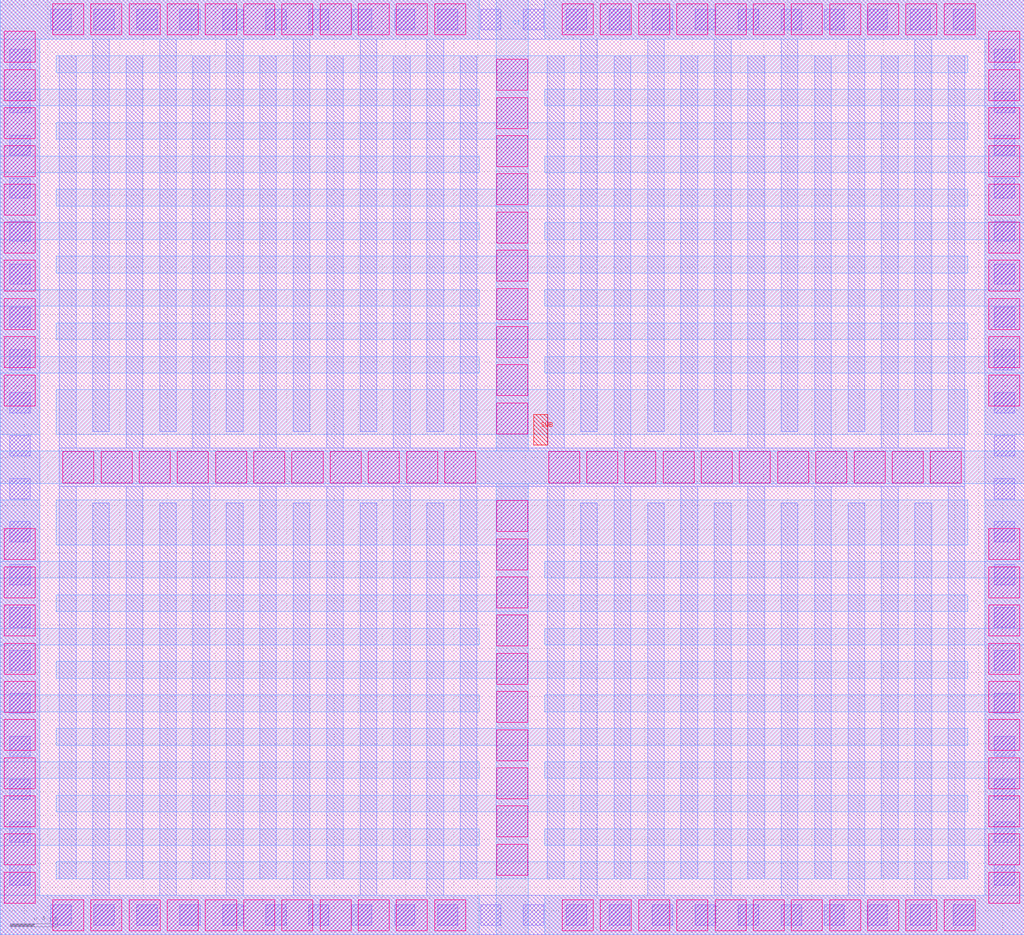
<source format=lef>
# Copyright 2020 The SkyWater PDK Authors
#
# Licensed under the Apache License, Version 2.0 (the "License");
# you may not use this file except in compliance with the License.
# You may obtain a copy of the License at
#
#     https://www.apache.org/licenses/LICENSE-2.0
#
# Unless required by applicable law or agreed to in writing, software
# distributed under the License is distributed on an "AS IS" BASIS,
# WITHOUT WARRANTIES OR CONDITIONS OF ANY KIND, either express or implied.
# See the License for the specific language governing permissions and
# limitations under the License.
#
# SPDX-License-Identifier: Apache-2.0

VERSION 5.7 ;
  NOWIREEXTENSIONATPIN ON ;
  DIVIDERCHAR "/" ;
  BUSBITCHARS "[]" ;
MACRO sky130_fd_pr__cap_vpp_08p6x07p8_m1m2_shieldl1
  CLASS BLOCK ;
  FOREIGN sky130_fd_pr__cap_vpp_08p6x07p8_m1m2_shieldl1 ;
  ORIGIN  0.000000  0.000000 ;
  SIZE  8.580000 BY  7.840000 ;
  PIN C0
    PORT
      LAYER met2 ;
        RECT 0.000000 0.000000 4.015000 0.330000 ;
        RECT 0.000000 0.330000 0.330000 0.750000 ;
        RECT 0.000000 0.750000 4.015000 0.890000 ;
        RECT 0.000000 0.890000 0.330000 1.310000 ;
        RECT 0.000000 1.310000 4.015000 1.450000 ;
        RECT 0.000000 1.450000 0.330000 1.870000 ;
        RECT 0.000000 1.870000 4.015000 2.010000 ;
        RECT 0.000000 2.010000 0.330000 2.430000 ;
        RECT 0.000000 2.430000 4.015000 2.570000 ;
        RECT 0.000000 2.570000 0.330000 2.990000 ;
        RECT 0.000000 2.990000 4.015000 3.130000 ;
        RECT 0.000000 3.130000 0.330000 3.645000 ;
        RECT 0.000000 4.195000 0.330000 4.710000 ;
        RECT 0.000000 4.710000 4.015000 4.850000 ;
        RECT 0.000000 4.850000 0.330000 5.270000 ;
        RECT 0.000000 5.270000 4.015000 5.410000 ;
        RECT 0.000000 5.410000 0.330000 5.830000 ;
        RECT 0.000000 5.830000 4.015000 5.970000 ;
        RECT 0.000000 5.970000 0.330000 6.390000 ;
        RECT 0.000000 6.390000 4.015000 6.530000 ;
        RECT 0.000000 6.530000 0.330000 6.950000 ;
        RECT 0.000000 6.950000 4.015000 7.090000 ;
        RECT 0.000000 7.090000 0.330000 7.510000 ;
        RECT 0.000000 7.510000 4.015000 7.840000 ;
        RECT 4.565000 0.000000 8.580000 0.330000 ;
        RECT 4.565000 0.750000 8.580000 0.890000 ;
        RECT 4.565000 1.310000 8.580000 1.450000 ;
        RECT 4.565000 1.870000 8.580000 2.010000 ;
        RECT 4.565000 2.430000 8.580000 2.570000 ;
        RECT 4.565000 2.990000 8.580000 3.130000 ;
        RECT 4.565000 4.710000 8.580000 4.850000 ;
        RECT 4.565000 5.270000 8.580000 5.410000 ;
        RECT 4.565000 5.830000 8.580000 5.970000 ;
        RECT 4.565000 6.390000 8.580000 6.530000 ;
        RECT 4.565000 6.950000 8.580000 7.090000 ;
        RECT 4.565000 7.510000 8.580000 7.840000 ;
        RECT 8.250000 0.330000 8.580000 0.750000 ;
        RECT 8.250000 0.890000 8.580000 1.310000 ;
        RECT 8.250000 1.450000 8.580000 1.870000 ;
        RECT 8.250000 2.010000 8.580000 2.430000 ;
        RECT 8.250000 2.570000 8.580000 2.990000 ;
        RECT 8.250000 3.130000 8.580000 3.645000 ;
        RECT 8.250000 4.195000 8.580000 4.710000 ;
        RECT 8.250000 4.850000 8.580000 5.270000 ;
        RECT 8.250000 5.410000 8.580000 5.830000 ;
        RECT 8.250000 5.970000 8.580000 6.390000 ;
        RECT 8.250000 6.530000 8.580000 6.950000 ;
        RECT 8.250000 7.090000 8.580000 7.510000 ;
    END
  END C0
  PIN C1
    PORT
      LAYER met2 ;
        RECT 0.000000 3.785000 8.580000 4.055000 ;
        RECT 0.470000 0.470000 8.110000 0.610000 ;
        RECT 0.470000 1.030000 8.110000 1.170000 ;
        RECT 0.470000 1.590000 8.110000 1.730000 ;
        RECT 0.470000 2.150000 8.110000 2.290000 ;
        RECT 0.470000 2.710000 8.110000 2.850000 ;
        RECT 0.470000 3.270000 8.110000 3.645000 ;
        RECT 0.470000 4.195000 8.110000 4.570000 ;
        RECT 0.470000 4.990000 8.110000 5.130000 ;
        RECT 0.470000 5.550000 8.110000 5.690000 ;
        RECT 0.470000 6.110000 8.110000 6.250000 ;
        RECT 0.470000 6.670000 8.110000 6.810000 ;
        RECT 0.470000 7.230000 8.110000 7.370000 ;
        RECT 4.155000 0.000000 4.425000 0.470000 ;
        RECT 4.155000 0.610000 4.425000 1.030000 ;
        RECT 4.155000 1.170000 4.425000 1.590000 ;
        RECT 4.155000 1.730000 4.425000 2.150000 ;
        RECT 4.155000 2.290000 4.425000 2.710000 ;
        RECT 4.155000 2.850000 4.425000 3.270000 ;
        RECT 4.155000 3.645000 4.425000 3.785000 ;
        RECT 4.155000 4.055000 4.425000 4.195000 ;
        RECT 4.155000 4.570000 4.425000 4.990000 ;
        RECT 4.155000 5.130000 4.425000 5.550000 ;
        RECT 4.155000 5.690000 4.425000 6.110000 ;
        RECT 4.155000 6.250000 4.425000 6.670000 ;
        RECT 4.155000 6.810000 4.425000 7.230000 ;
        RECT 4.155000 7.370000 4.425000 7.840000 ;
    END
  END C1
  PIN SUB
    PORT
      LAYER pwell ;
        RECT 4.470000 4.105000 4.590000 4.360000 ;
    END
  END SUB
  OBS
    LAYER li1 ;
      RECT 0.000000 0.000000 8.580000 7.840000 ;
    LAYER mcon ;
      RECT 0.080000 0.415000 0.250000 0.585000 ;
      RECT 0.080000 0.775000 0.250000 0.945000 ;
      RECT 0.080000 1.135000 0.250000 1.305000 ;
      RECT 0.080000 1.495000 0.250000 1.665000 ;
      RECT 0.080000 1.855000 0.250000 2.025000 ;
      RECT 0.080000 2.215000 0.250000 2.385000 ;
      RECT 0.080000 2.575000 0.250000 2.745000 ;
      RECT 0.080000 2.935000 0.250000 3.105000 ;
      RECT 0.080000 3.295000 0.250000 3.465000 ;
      RECT 0.080000 3.655000 0.250000 3.825000 ;
      RECT 0.080000 4.015000 0.250000 4.185000 ;
      RECT 0.080000 4.375000 0.250000 4.545000 ;
      RECT 0.080000 4.735000 0.250000 4.905000 ;
      RECT 0.080000 5.095000 0.250000 5.265000 ;
      RECT 0.080000 5.455000 0.250000 5.625000 ;
      RECT 0.080000 5.815000 0.250000 5.985000 ;
      RECT 0.080000 6.175000 0.250000 6.345000 ;
      RECT 0.080000 6.535000 0.250000 6.705000 ;
      RECT 0.080000 6.895000 0.250000 7.065000 ;
      RECT 0.080000 7.255000 0.250000 7.425000 ;
      RECT 0.425000 0.080000 0.595000 0.250000 ;
      RECT 0.425000 7.590000 0.595000 7.760000 ;
      RECT 0.785000 0.080000 0.955000 0.250000 ;
      RECT 0.785000 7.590000 0.955000 7.760000 ;
      RECT 1.145000 0.080000 1.315000 0.250000 ;
      RECT 1.145000 7.590000 1.315000 7.760000 ;
      RECT 1.505000 0.080000 1.675000 0.250000 ;
      RECT 1.505000 7.590000 1.675000 7.760000 ;
      RECT 1.865000 0.080000 2.035000 0.250000 ;
      RECT 1.865000 7.590000 2.035000 7.760000 ;
      RECT 2.225000 0.080000 2.395000 0.250000 ;
      RECT 2.225000 7.590000 2.395000 7.760000 ;
      RECT 2.585000 0.080000 2.755000 0.250000 ;
      RECT 2.585000 7.590000 2.755000 7.760000 ;
      RECT 2.945000 0.080000 3.115000 0.250000 ;
      RECT 2.945000 7.590000 3.115000 7.760000 ;
      RECT 3.305000 0.080000 3.475000 0.250000 ;
      RECT 3.305000 7.590000 3.475000 7.760000 ;
      RECT 3.665000 0.080000 3.835000 0.250000 ;
      RECT 3.665000 7.590000 3.835000 7.760000 ;
      RECT 4.025000 0.080000 4.195000 0.250000 ;
      RECT 4.025000 7.590000 4.195000 7.760000 ;
      RECT 4.385000 0.080000 4.555000 0.250000 ;
      RECT 4.385000 7.590000 4.555000 7.760000 ;
      RECT 4.745000 0.080000 4.915000 0.250000 ;
      RECT 4.745000 7.590000 4.915000 7.760000 ;
      RECT 5.105000 0.080000 5.275000 0.250000 ;
      RECT 5.105000 7.590000 5.275000 7.760000 ;
      RECT 5.465000 0.080000 5.635000 0.250000 ;
      RECT 5.465000 7.590000 5.635000 7.760000 ;
      RECT 5.825000 0.080000 5.995000 0.250000 ;
      RECT 5.825000 7.590000 5.995000 7.760000 ;
      RECT 6.185000 0.080000 6.355000 0.250000 ;
      RECT 6.185000 7.590000 6.355000 7.760000 ;
      RECT 6.545000 0.080000 6.715000 0.250000 ;
      RECT 6.545000 7.590000 6.715000 7.760000 ;
      RECT 6.905000 0.080000 7.075000 0.250000 ;
      RECT 6.905000 7.590000 7.075000 7.760000 ;
      RECT 7.265000 0.080000 7.435000 0.250000 ;
      RECT 7.265000 7.590000 7.435000 7.760000 ;
      RECT 7.625000 0.080000 7.795000 0.250000 ;
      RECT 7.625000 7.590000 7.795000 7.760000 ;
      RECT 7.985000 0.080000 8.155000 0.250000 ;
      RECT 7.985000 7.590000 8.155000 7.760000 ;
      RECT 8.330000 0.415000 8.500000 0.585000 ;
      RECT 8.330000 0.775000 8.500000 0.945000 ;
      RECT 8.330000 1.135000 8.500000 1.305000 ;
      RECT 8.330000 1.495000 8.500000 1.665000 ;
      RECT 8.330000 1.855000 8.500000 2.025000 ;
      RECT 8.330000 2.215000 8.500000 2.385000 ;
      RECT 8.330000 2.575000 8.500000 2.745000 ;
      RECT 8.330000 2.935000 8.500000 3.105000 ;
      RECT 8.330000 3.295000 8.500000 3.465000 ;
      RECT 8.330000 3.655000 8.500000 3.825000 ;
      RECT 8.330000 4.015000 8.500000 4.185000 ;
      RECT 8.330000 4.375000 8.500000 4.545000 ;
      RECT 8.330000 4.735000 8.500000 4.905000 ;
      RECT 8.330000 5.095000 8.500000 5.265000 ;
      RECT 8.330000 5.455000 8.500000 5.625000 ;
      RECT 8.330000 5.815000 8.500000 5.985000 ;
      RECT 8.330000 6.175000 8.500000 6.345000 ;
      RECT 8.330000 6.535000 8.500000 6.705000 ;
      RECT 8.330000 6.895000 8.500000 7.065000 ;
      RECT 8.330000 7.255000 8.500000 7.425000 ;
    LAYER met1 ;
      RECT 0.000000 0.000000 8.580000 0.330000 ;
      RECT 0.000000 0.330000 0.330000 7.510000 ;
      RECT 0.000000 7.510000 8.580000 7.840000 ;
      RECT 0.495000 0.470000 0.635000 3.760000 ;
      RECT 0.495000 3.760000 8.085000 4.080000 ;
      RECT 0.495000 4.080000 0.635000 7.370000 ;
      RECT 0.775000 0.330000 0.915000 3.620000 ;
      RECT 0.775000 4.220000 0.915000 7.510000 ;
      RECT 1.055000 0.470000 1.195000 3.760000 ;
      RECT 1.055000 4.080000 1.195000 7.370000 ;
      RECT 1.335000 0.330000 1.475000 3.620000 ;
      RECT 1.335000 4.220000 1.475000 7.510000 ;
      RECT 1.615000 0.470000 1.755000 3.760000 ;
      RECT 1.615000 4.080000 1.755000 7.370000 ;
      RECT 1.895000 0.330000 2.035000 3.620000 ;
      RECT 1.895000 4.220000 2.035000 7.510000 ;
      RECT 2.175000 0.470000 2.315000 3.760000 ;
      RECT 2.175000 4.080000 2.315000 7.370000 ;
      RECT 2.455000 0.330000 2.595000 3.620000 ;
      RECT 2.455000 4.220000 2.595000 7.510000 ;
      RECT 2.735000 0.470000 2.875000 3.760000 ;
      RECT 2.735000 4.080000 2.875000 7.370000 ;
      RECT 3.015000 0.330000 3.155000 3.620000 ;
      RECT 3.015000 4.220000 3.155000 7.510000 ;
      RECT 3.295000 0.470000 3.435000 3.760000 ;
      RECT 3.295000 4.080000 3.435000 7.370000 ;
      RECT 3.575000 0.330000 3.715000 3.620000 ;
      RECT 3.575000 4.220000 3.715000 7.510000 ;
      RECT 3.855000 0.470000 3.995000 3.760000 ;
      RECT 3.855000 4.080000 3.995000 7.370000 ;
      RECT 4.155000 0.470000 4.425000 3.760000 ;
      RECT 4.155000 4.080000 4.425000 7.370000 ;
      RECT 4.585000 0.470000 4.725000 3.760000 ;
      RECT 4.585000 4.080000 4.725000 7.370000 ;
      RECT 4.865000 0.330000 5.005000 3.620000 ;
      RECT 4.865000 4.220000 5.005000 7.510000 ;
      RECT 5.145000 0.470000 5.285000 3.760000 ;
      RECT 5.145000 4.080000 5.285000 7.370000 ;
      RECT 5.425000 0.330000 5.565000 3.620000 ;
      RECT 5.425000 4.220000 5.565000 7.510000 ;
      RECT 5.705000 0.470000 5.845000 3.760000 ;
      RECT 5.705000 4.080000 5.845000 7.370000 ;
      RECT 5.985000 0.330000 6.125000 3.620000 ;
      RECT 5.985000 4.220000 6.125000 7.510000 ;
      RECT 6.265000 0.470000 6.405000 3.760000 ;
      RECT 6.265000 4.080000 6.405000 7.370000 ;
      RECT 6.545000 0.330000 6.685000 3.620000 ;
      RECT 6.545000 4.220000 6.685000 7.510000 ;
      RECT 6.825000 0.470000 6.965000 3.760000 ;
      RECT 6.825000 4.080000 6.965000 7.370000 ;
      RECT 7.105000 0.330000 7.245000 3.620000 ;
      RECT 7.105000 4.220000 7.245000 7.510000 ;
      RECT 7.385000 0.470000 7.525000 3.760000 ;
      RECT 7.385000 4.080000 7.525000 7.370000 ;
      RECT 7.665000 0.330000 7.805000 3.620000 ;
      RECT 7.665000 4.220000 7.805000 7.510000 ;
      RECT 7.945000 0.470000 8.085000 3.760000 ;
      RECT 7.945000 4.080000 8.085000 7.370000 ;
      RECT 8.250000 0.330000 8.580000 7.510000 ;
    LAYER via ;
      RECT 0.035000 0.265000 0.295000 0.525000 ;
      RECT 0.035000 0.585000 0.295000 0.845000 ;
      RECT 0.035000 0.905000 0.295000 1.165000 ;
      RECT 0.035000 1.225000 0.295000 1.485000 ;
      RECT 0.035000 1.545000 0.295000 1.805000 ;
      RECT 0.035000 1.865000 0.295000 2.125000 ;
      RECT 0.035000 2.185000 0.295000 2.445000 ;
      RECT 0.035000 2.505000 0.295000 2.765000 ;
      RECT 0.035000 2.825000 0.295000 3.085000 ;
      RECT 0.035000 3.145000 0.295000 3.405000 ;
      RECT 0.035000 4.435000 0.295000 4.695000 ;
      RECT 0.035000 4.755000 0.295000 5.015000 ;
      RECT 0.035000 5.075000 0.295000 5.335000 ;
      RECT 0.035000 5.395000 0.295000 5.655000 ;
      RECT 0.035000 5.715000 0.295000 5.975000 ;
      RECT 0.035000 6.035000 0.295000 6.295000 ;
      RECT 0.035000 6.355000 0.295000 6.615000 ;
      RECT 0.035000 6.675000 0.295000 6.935000 ;
      RECT 0.035000 6.995000 0.295000 7.255000 ;
      RECT 0.035000 7.315000 0.295000 7.575000 ;
      RECT 0.440000 0.035000 0.700000 0.295000 ;
      RECT 0.440000 7.545000 0.700000 7.805000 ;
      RECT 0.525000 3.790000 0.785000 4.050000 ;
      RECT 0.760000 0.035000 1.020000 0.295000 ;
      RECT 0.760000 7.545000 1.020000 7.805000 ;
      RECT 0.845000 3.790000 1.105000 4.050000 ;
      RECT 1.080000 0.035000 1.340000 0.295000 ;
      RECT 1.080000 7.545000 1.340000 7.805000 ;
      RECT 1.165000 3.790000 1.425000 4.050000 ;
      RECT 1.400000 0.035000 1.660000 0.295000 ;
      RECT 1.400000 7.545000 1.660000 7.805000 ;
      RECT 1.485000 3.790000 1.745000 4.050000 ;
      RECT 1.720000 0.035000 1.980000 0.295000 ;
      RECT 1.720000 7.545000 1.980000 7.805000 ;
      RECT 1.805000 3.790000 2.065000 4.050000 ;
      RECT 2.040000 0.035000 2.300000 0.295000 ;
      RECT 2.040000 7.545000 2.300000 7.805000 ;
      RECT 2.125000 3.790000 2.385000 4.050000 ;
      RECT 2.360000 0.035000 2.620000 0.295000 ;
      RECT 2.360000 7.545000 2.620000 7.805000 ;
      RECT 2.445000 3.790000 2.705000 4.050000 ;
      RECT 2.680000 0.035000 2.940000 0.295000 ;
      RECT 2.680000 7.545000 2.940000 7.805000 ;
      RECT 2.765000 3.790000 3.025000 4.050000 ;
      RECT 3.000000 0.035000 3.260000 0.295000 ;
      RECT 3.000000 7.545000 3.260000 7.805000 ;
      RECT 3.085000 3.790000 3.345000 4.050000 ;
      RECT 3.320000 0.035000 3.580000 0.295000 ;
      RECT 3.320000 7.545000 3.580000 7.805000 ;
      RECT 3.405000 3.790000 3.665000 4.050000 ;
      RECT 3.640000 0.035000 3.900000 0.295000 ;
      RECT 3.640000 7.545000 3.900000 7.805000 ;
      RECT 3.725000 3.790000 3.985000 4.050000 ;
      RECT 4.160000 0.500000 4.420000 0.760000 ;
      RECT 4.160000 0.820000 4.420000 1.080000 ;
      RECT 4.160000 1.140000 4.420000 1.400000 ;
      RECT 4.160000 1.460000 4.420000 1.720000 ;
      RECT 4.160000 1.780000 4.420000 2.040000 ;
      RECT 4.160000 2.100000 4.420000 2.360000 ;
      RECT 4.160000 2.420000 4.420000 2.680000 ;
      RECT 4.160000 2.740000 4.420000 3.000000 ;
      RECT 4.160000 3.060000 4.420000 3.320000 ;
      RECT 4.160000 3.380000 4.420000 3.640000 ;
      RECT 4.160000 4.200000 4.420000 4.460000 ;
      RECT 4.160000 4.520000 4.420000 4.780000 ;
      RECT 4.160000 4.840000 4.420000 5.100000 ;
      RECT 4.160000 5.160000 4.420000 5.420000 ;
      RECT 4.160000 5.480000 4.420000 5.740000 ;
      RECT 4.160000 5.800000 4.420000 6.060000 ;
      RECT 4.160000 6.120000 4.420000 6.380000 ;
      RECT 4.160000 6.440000 4.420000 6.700000 ;
      RECT 4.160000 6.760000 4.420000 7.020000 ;
      RECT 4.160000 7.080000 4.420000 7.340000 ;
      RECT 4.595000 3.790000 4.855000 4.050000 ;
      RECT 4.710000 0.035000 4.970000 0.295000 ;
      RECT 4.710000 7.545000 4.970000 7.805000 ;
      RECT 4.915000 3.790000 5.175000 4.050000 ;
      RECT 5.030000 0.035000 5.290000 0.295000 ;
      RECT 5.030000 7.545000 5.290000 7.805000 ;
      RECT 5.235000 3.790000 5.495000 4.050000 ;
      RECT 5.350000 0.035000 5.610000 0.295000 ;
      RECT 5.350000 7.545000 5.610000 7.805000 ;
      RECT 5.555000 3.790000 5.815000 4.050000 ;
      RECT 5.670000 0.035000 5.930000 0.295000 ;
      RECT 5.670000 7.545000 5.930000 7.805000 ;
      RECT 5.875000 3.790000 6.135000 4.050000 ;
      RECT 5.990000 0.035000 6.250000 0.295000 ;
      RECT 5.990000 7.545000 6.250000 7.805000 ;
      RECT 6.195000 3.790000 6.455000 4.050000 ;
      RECT 6.310000 0.035000 6.570000 0.295000 ;
      RECT 6.310000 7.545000 6.570000 7.805000 ;
      RECT 6.515000 3.790000 6.775000 4.050000 ;
      RECT 6.630000 0.035000 6.890000 0.295000 ;
      RECT 6.630000 7.545000 6.890000 7.805000 ;
      RECT 6.835000 3.790000 7.095000 4.050000 ;
      RECT 6.950000 0.035000 7.210000 0.295000 ;
      RECT 6.950000 7.545000 7.210000 7.805000 ;
      RECT 7.155000 3.790000 7.415000 4.050000 ;
      RECT 7.270000 0.035000 7.530000 0.295000 ;
      RECT 7.270000 7.545000 7.530000 7.805000 ;
      RECT 7.475000 3.790000 7.735000 4.050000 ;
      RECT 7.590000 0.035000 7.850000 0.295000 ;
      RECT 7.590000 7.545000 7.850000 7.805000 ;
      RECT 7.795000 3.790000 8.055000 4.050000 ;
      RECT 7.910000 0.035000 8.170000 0.295000 ;
      RECT 7.910000 7.545000 8.170000 7.805000 ;
      RECT 8.285000 0.265000 8.545000 0.525000 ;
      RECT 8.285000 0.585000 8.545000 0.845000 ;
      RECT 8.285000 0.905000 8.545000 1.165000 ;
      RECT 8.285000 1.225000 8.545000 1.485000 ;
      RECT 8.285000 1.545000 8.545000 1.805000 ;
      RECT 8.285000 1.865000 8.545000 2.125000 ;
      RECT 8.285000 2.185000 8.545000 2.445000 ;
      RECT 8.285000 2.505000 8.545000 2.765000 ;
      RECT 8.285000 2.825000 8.545000 3.085000 ;
      RECT 8.285000 3.145000 8.545000 3.405000 ;
      RECT 8.285000 4.435000 8.545000 4.695000 ;
      RECT 8.285000 4.755000 8.545000 5.015000 ;
      RECT 8.285000 5.075000 8.545000 5.335000 ;
      RECT 8.285000 5.395000 8.545000 5.655000 ;
      RECT 8.285000 5.715000 8.545000 5.975000 ;
      RECT 8.285000 6.035000 8.545000 6.295000 ;
      RECT 8.285000 6.355000 8.545000 6.615000 ;
      RECT 8.285000 6.675000 8.545000 6.935000 ;
      RECT 8.285000 6.995000 8.545000 7.255000 ;
      RECT 8.285000 7.315000 8.545000 7.575000 ;
  END
END sky130_fd_pr__cap_vpp_08p6x07p8_m1m2_shieldl1
END LIBRARY

</source>
